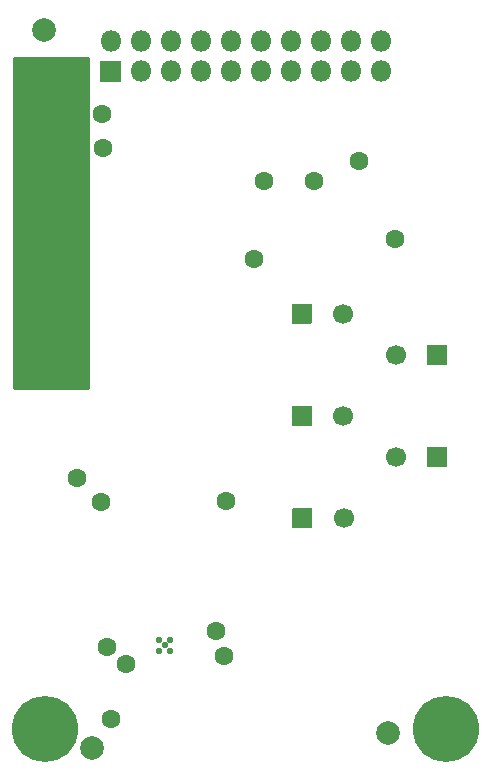
<source format=gbs>
G04 #@! TF.GenerationSoftware,KiCad,Pcbnew,(5.1.10)-1*
G04 #@! TF.CreationDate,2021-10-05T13:08:05+05:30*
G04 #@! TF.ProjectId,P-1000072_Cicada Wi-Fi,502d3130-3030-4303-9732-5f4369636164,0.1*
G04 #@! TF.SameCoordinates,PX7cee6c0PY3dfd240*
G04 #@! TF.FileFunction,Soldermask,Bot*
G04 #@! TF.FilePolarity,Negative*
%FSLAX46Y46*%
G04 Gerber Fmt 4.6, Leading zero omitted, Abs format (unit mm)*
G04 Created by KiCad (PCBNEW (5.1.10)-1) date 2021-10-05 13:08:05*
%MOMM*%
%LPD*%
G01*
G04 APERTURE LIST*
%ADD10O,1.800000X1.800000*%
%ADD11C,0.550000*%
%ADD12C,1.600000*%
%ADD13C,1.700000*%
%ADD14C,5.600000*%
%ADD15C,2.000000*%
%ADD16C,0.254000*%
%ADD17C,0.100000*%
G04 APERTURE END LIST*
D10*
X11455400Y1244600D03*
X11455400Y-1295400D03*
X8915400Y1244600D03*
X8915400Y-1295400D03*
X6375400Y1244600D03*
X6375400Y-1295400D03*
X3835400Y1244600D03*
X3835400Y-1295400D03*
X1295400Y1244600D03*
X1295400Y-1295400D03*
X-1244600Y1244600D03*
X-1244600Y-1295400D03*
X-3784600Y1244600D03*
X-3784600Y-1295400D03*
X-6324600Y1244600D03*
X-6324600Y-1295400D03*
X-8864600Y1244600D03*
X-8864600Y-1295400D03*
X-11404600Y1244600D03*
G36*
G01*
X-12254600Y-395400D02*
X-10554600Y-395400D01*
G75*
G02*
X-10504600Y-445400I0J-50000D01*
G01*
X-10504600Y-2145400D01*
G75*
G02*
X-10554600Y-2195400I-50000J0D01*
G01*
X-12254600Y-2195400D01*
G75*
G02*
X-12304600Y-2145400I0J50000D01*
G01*
X-12304600Y-445400D01*
G75*
G02*
X-12254600Y-395400I50000J0D01*
G01*
G37*
D11*
X-6387680Y-49430520D03*
X-7287680Y-49430520D03*
X-7287680Y-50330520D03*
X-6387680Y-50330520D03*
X-6837680Y-49880520D03*
D12*
X-2519680Y-48707040D03*
D13*
X8280400Y-30457140D03*
G36*
G01*
X3930400Y-31257140D02*
X3930400Y-29657140D01*
G75*
G02*
X3980400Y-29607140I50000J0D01*
G01*
X5580400Y-29607140D01*
G75*
G02*
X5630400Y-29657140I0J-50000D01*
G01*
X5630400Y-31257140D01*
G75*
G02*
X5580400Y-31307140I-50000J0D01*
G01*
X3980400Y-31307140D01*
G75*
G02*
X3930400Y-31257140I0J50000D01*
G01*
G37*
D12*
X-1686560Y-37688520D03*
D13*
X8239760Y-21798280D03*
G36*
G01*
X3889760Y-22598280D02*
X3889760Y-20998280D01*
G75*
G02*
X3939760Y-20948280I50000J0D01*
G01*
X5539760Y-20948280D01*
G75*
G02*
X5589760Y-20998280I0J-50000D01*
G01*
X5589760Y-22598280D01*
G75*
G02*
X5539760Y-22648280I-50000J0D01*
G01*
X3939760Y-22648280D01*
G75*
G02*
X3889760Y-22598280I0J50000D01*
G01*
G37*
D12*
X-1828800Y-50774600D03*
X-11770360Y-49997360D03*
X-11379200Y-56098440D03*
X-12255500Y-37754560D03*
X741680Y-17139920D03*
X-10149840Y-51511200D03*
D13*
X12702540Y-25318720D03*
G36*
G01*
X17052540Y-24518720D02*
X17052540Y-26118720D01*
G75*
G02*
X17002540Y-26168720I-50000J0D01*
G01*
X15402540Y-26168720D01*
G75*
G02*
X15352540Y-26118720I0J50000D01*
G01*
X15352540Y-24518720D01*
G75*
G02*
X15402540Y-24468720I50000J0D01*
G01*
X17002540Y-24468720D01*
G75*
G02*
X17052540Y-24518720I0J-50000D01*
G01*
G37*
X12722860Y-33962340D03*
G36*
G01*
X17072860Y-33162340D02*
X17072860Y-34762340D01*
G75*
G02*
X17022860Y-34812340I-50000J0D01*
G01*
X15422860Y-34812340D01*
G75*
G02*
X15372860Y-34762340I0J50000D01*
G01*
X15372860Y-33162340D01*
G75*
G02*
X15422860Y-33112340I50000J0D01*
G01*
X17022860Y-33112340D01*
G75*
G02*
X17072860Y-33162340I0J-50000D01*
G01*
G37*
D12*
X-14269720Y-35745420D03*
X5820000Y-10570000D03*
X1590000Y-10570000D03*
X-12130000Y-4900000D03*
X-12110000Y-7790000D03*
X12630000Y-15460000D03*
X9600000Y-8870000D03*
D13*
X8315840Y-39116000D03*
G36*
G01*
X3965840Y-39916000D02*
X3965840Y-38316000D01*
G75*
G02*
X4015840Y-38266000I50000J0D01*
G01*
X5615840Y-38266000D01*
G75*
G02*
X5665840Y-38316000I0J-50000D01*
G01*
X5665840Y-39916000D01*
G75*
G02*
X5615840Y-39966000I-50000J0D01*
G01*
X4015840Y-39966000D01*
G75*
G02*
X3965840Y-39916000I0J50000D01*
G01*
G37*
D14*
X-17000000Y-57000000D03*
D15*
X12031980Y-57343040D03*
X-12964160Y-58587640D03*
X-17096740Y2212340D03*
D14*
X17000000Y-57000000D03*
D16*
X-13377000Y-28113000D02*
X-19623000Y-28113000D01*
X-19623000Y-167000D01*
X-13377000Y-167000D01*
X-13377000Y-28113000D01*
D17*
G36*
X-13377000Y-28113000D02*
G01*
X-19623000Y-28113000D01*
X-19623000Y-167000D01*
X-13377000Y-167000D01*
X-13377000Y-28113000D01*
G37*
M02*

</source>
